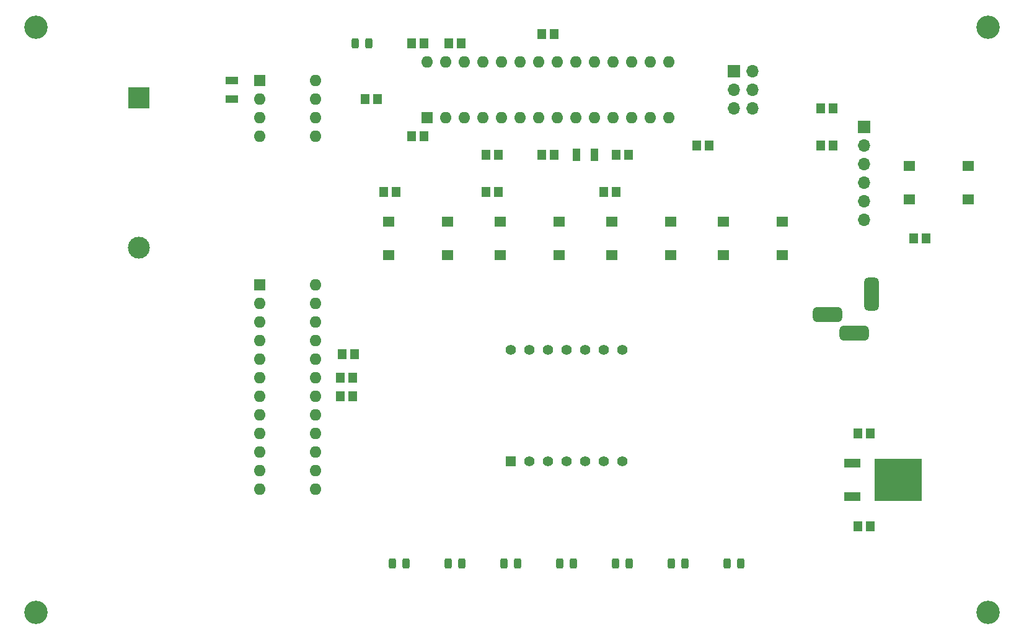
<source format=gbr>
%TF.GenerationSoftware,KiCad,Pcbnew,6.0.6-3a73a75311~116~ubuntu20.04.1*%
%TF.CreationDate,2022-07-18T01:41:21-04:00*%
%TF.ProjectId,first_project,66697273-745f-4707-926f-6a6563742e6b,rev?*%
%TF.SameCoordinates,PX4c4b400PY8a48640*%
%TF.FileFunction,Soldermask,Top*%
%TF.FilePolarity,Negative*%
%FSLAX46Y46*%
G04 Gerber Fmt 4.6, Leading zero omitted, Abs format (unit mm)*
G04 Created by KiCad (PCBNEW 6.0.6-3a73a75311~116~ubuntu20.04.1) date 2022-07-18 01:41:21*
%MOMM*%
%LPD*%
G01*
G04 APERTURE LIST*
G04 Aperture macros list*
%AMRoundRect*
0 Rectangle with rounded corners*
0 $1 Rounding radius*
0 $2 $3 $4 $5 $6 $7 $8 $9 X,Y pos of 4 corners*
0 Add a 4 corners polygon primitive as box body*
4,1,4,$2,$3,$4,$5,$6,$7,$8,$9,$2,$3,0*
0 Add four circle primitives for the rounded corners*
1,1,$1+$1,$2,$3*
1,1,$1+$1,$4,$5*
1,1,$1+$1,$6,$7*
1,1,$1+$1,$8,$9*
0 Add four rect primitives between the rounded corners*
20,1,$1+$1,$2,$3,$4,$5,0*
20,1,$1+$1,$4,$5,$6,$7,0*
20,1,$1+$1,$6,$7,$8,$9,0*
20,1,$1+$1,$8,$9,$2,$3,0*%
G04 Aperture macros list end*
%ADD10R,1.000000X1.800000*%
%ADD11C,3.200000*%
%ADD12RoundRect,0.243750X-0.243750X-0.456250X0.243750X-0.456250X0.243750X0.456250X-0.243750X0.456250X0*%
%ADD13R,1.600000X1.600000*%
%ADD14O,1.600000X1.600000*%
%ADD15R,1.150000X1.400000*%
%ADD16R,1.600000X1.400000*%
%ADD17R,1.800000X1.000000*%
%ADD18R,1.700000X1.700000*%
%ADD19O,1.700000X1.700000*%
%ADD20R,3.000000X3.000000*%
%ADD21C,3.000000*%
%ADD22R,2.200000X1.200000*%
%ADD23R,6.400000X5.800000*%
%ADD24R,1.400000X1.400000*%
%ADD25C,1.400000*%
%ADD26RoundRect,0.500000X0.500000X-1.750000X0.500000X1.750000X-0.500000X1.750000X-0.500000X-1.750000X0*%
%ADD27RoundRect,0.500000X1.500000X0.500000X-1.500000X0.500000X-1.500000X-0.500000X1.500000X-0.500000X0*%
G04 APERTURE END LIST*
D10*
%TO.C,Y1*%
X81270000Y67530000D03*
X78770000Y67530000D03*
%TD*%
D11*
%TO.C,H4*%
X135000000Y5000000D03*
%TD*%
D12*
%TO.C,D7*%
X91782500Y11650000D03*
X93657500Y11650000D03*
%TD*%
%TO.C,D5*%
X76542500Y11650000D03*
X78417500Y11650000D03*
%TD*%
D13*
%TO.C,U4*%
X35580000Y49755000D03*
D14*
X35580000Y47215000D03*
X35580000Y44675000D03*
X35580000Y42135000D03*
X35580000Y39595000D03*
X35580000Y37055000D03*
X35580000Y34515000D03*
X35580000Y31975000D03*
X35580000Y29435000D03*
X35580000Y26895000D03*
X35580000Y24355000D03*
X35580000Y21815000D03*
X43200000Y21815000D03*
X43200000Y24355000D03*
X43200000Y26895000D03*
X43200000Y29435000D03*
X43200000Y31975000D03*
X43200000Y34515000D03*
X43200000Y37055000D03*
X43200000Y39595000D03*
X43200000Y42135000D03*
X43200000Y44675000D03*
X43200000Y47215000D03*
X43200000Y49755000D03*
%TD*%
D15*
%TO.C,C9*%
X46785000Y40225000D03*
X48485000Y40225000D03*
%TD*%
D16*
%TO.C,SW1*%
X124280000Y65970000D03*
X132280000Y65970000D03*
X124280000Y61470000D03*
X132280000Y61470000D03*
%TD*%
D15*
%TO.C,C2*%
X75790000Y84040000D03*
X74090000Y84040000D03*
%TD*%
D12*
%TO.C,D8*%
X99402500Y11650000D03*
X101277500Y11650000D03*
%TD*%
D16*
%TO.C,SW2*%
X61160000Y53850000D03*
X53160000Y53850000D03*
X61160000Y58350000D03*
X53160000Y58350000D03*
%TD*%
D12*
%TO.C,D2*%
X53682500Y11650000D03*
X55557500Y11650000D03*
%TD*%
D16*
%TO.C,SW3*%
X76400000Y53850000D03*
X68400000Y53850000D03*
X76400000Y58350000D03*
X68400000Y58350000D03*
%TD*%
D12*
%TO.C,D3*%
X61302500Y11650000D03*
X63177500Y11650000D03*
%TD*%
D15*
%TO.C,C4*%
X117270000Y29430000D03*
X118970000Y29430000D03*
%TD*%
%TO.C,R2*%
X56310000Y70070000D03*
X58010000Y70070000D03*
%TD*%
D17*
%TO.C,Y2*%
X31760000Y75170000D03*
X31760000Y77670000D03*
%TD*%
D15*
%TO.C,R3*%
X112190000Y73880000D03*
X113890000Y73880000D03*
%TD*%
D18*
%TO.C,J1*%
X118120000Y71340000D03*
D19*
X118120000Y68800000D03*
X118120000Y66260000D03*
X118120000Y63720000D03*
X118120000Y61180000D03*
X118120000Y58640000D03*
%TD*%
D15*
%TO.C,C5*%
X84250000Y67530000D03*
X85950000Y67530000D03*
%TD*%
%TO.C,R4*%
X112190000Y68800000D03*
X113890000Y68800000D03*
%TD*%
D13*
%TO.C,U3*%
X35580000Y77680000D03*
D14*
X35580000Y75140000D03*
X35580000Y72600000D03*
X35580000Y70060000D03*
X43200000Y70060000D03*
X43200000Y72600000D03*
X43200000Y75140000D03*
X43200000Y77680000D03*
%TD*%
D15*
%TO.C,C1*%
X117270000Y16730000D03*
X118970000Y16730000D03*
%TD*%
%TO.C,C6*%
X124890000Y56100000D03*
X126590000Y56100000D03*
%TD*%
D12*
%TO.C,D1*%
X48602500Y82770000D03*
X50477500Y82770000D03*
%TD*%
D15*
%TO.C,C7*%
X66470000Y67530000D03*
X68170000Y67530000D03*
%TD*%
D11*
%TO.C,H2*%
X135000000Y85000000D03*
%TD*%
D20*
%TO.C,BT1*%
X19059984Y75333686D03*
D21*
X19059984Y54843686D03*
%TD*%
D15*
%TO.C,R1*%
X51660000Y75150000D03*
X49960000Y75150000D03*
%TD*%
D11*
%TO.C,H3*%
X5000000Y5000000D03*
%TD*%
D16*
%TO.C,SW4*%
X91640000Y53850000D03*
X83640000Y53850000D03*
X91640000Y58350000D03*
X83640000Y58350000D03*
%TD*%
D15*
%TO.C,C8*%
X46570000Y37050000D03*
X48270000Y37050000D03*
%TD*%
D16*
%TO.C,SW5*%
X106880000Y53850000D03*
X98880000Y53850000D03*
X106880000Y58350000D03*
X98880000Y58350000D03*
%TD*%
D15*
%TO.C,R10*%
X48270000Y34510000D03*
X46570000Y34510000D03*
%TD*%
D11*
%TO.C,H1*%
X5000000Y85000000D03*
%TD*%
D15*
%TO.C,R13*%
X61390000Y82770000D03*
X63090000Y82770000D03*
%TD*%
%TO.C,R9*%
X66470000Y62450000D03*
X68170000Y62450000D03*
%TD*%
%TO.C,C3*%
X74090000Y67530000D03*
X75790000Y67530000D03*
%TD*%
%TO.C,R12*%
X96960000Y68800000D03*
X95260000Y68800000D03*
%TD*%
D22*
%TO.C,U2*%
X116460000Y25360000D03*
D23*
X122760000Y23080000D03*
D22*
X116460000Y20800000D03*
%TD*%
D15*
%TO.C,R5*%
X52500000Y62450000D03*
X54200000Y62450000D03*
%TD*%
D24*
%TO.C,DS1*%
X69860000Y25620000D03*
D25*
X72400000Y25620000D03*
X74940000Y25620000D03*
X77480000Y25620000D03*
X80020000Y25620000D03*
X82560000Y25620000D03*
X85100000Y25620000D03*
X85100000Y40860000D03*
X82560000Y40860000D03*
X80020000Y40860000D03*
X77480000Y40860000D03*
X74940000Y40860000D03*
X72400000Y40860000D03*
X69860000Y40860000D03*
%TD*%
D18*
%TO.C,J3*%
X100340000Y78960000D03*
D19*
X102880000Y78960000D03*
X100340000Y76420000D03*
X102880000Y76420000D03*
X100340000Y73880000D03*
X102880000Y73880000D03*
%TD*%
D15*
%TO.C,R14*%
X56310000Y82770000D03*
X58010000Y82770000D03*
%TD*%
%TO.C,R11*%
X82560000Y62450000D03*
X84260000Y62450000D03*
%TD*%
D12*
%TO.C,D6*%
X84162500Y11650000D03*
X86037500Y11650000D03*
%TD*%
%TO.C,D4*%
X68922500Y11650000D03*
X70797500Y11650000D03*
%TD*%
D13*
%TO.C,U1*%
X58440000Y72620000D03*
D14*
X60980000Y72620000D03*
X63520000Y72620000D03*
X66060000Y72620000D03*
X68600000Y72620000D03*
X71140000Y72620000D03*
X73680000Y72620000D03*
X76220000Y72620000D03*
X78760000Y72620000D03*
X81300000Y72620000D03*
X83840000Y72620000D03*
X86380000Y72620000D03*
X88920000Y72620000D03*
X91460000Y72620000D03*
X91460000Y80240000D03*
X88920000Y80240000D03*
X86380000Y80240000D03*
X83840000Y80240000D03*
X81300000Y80240000D03*
X78760000Y80240000D03*
X76220000Y80240000D03*
X73680000Y80240000D03*
X71140000Y80240000D03*
X68600000Y80240000D03*
X66060000Y80240000D03*
X63520000Y80240000D03*
X60980000Y80240000D03*
X58440000Y80240000D03*
%TD*%
D26*
%TO.C,J2*%
X119080000Y48480000D03*
D27*
X116780000Y43180000D03*
X113080000Y45680000D03*
%TD*%
M02*

</source>
